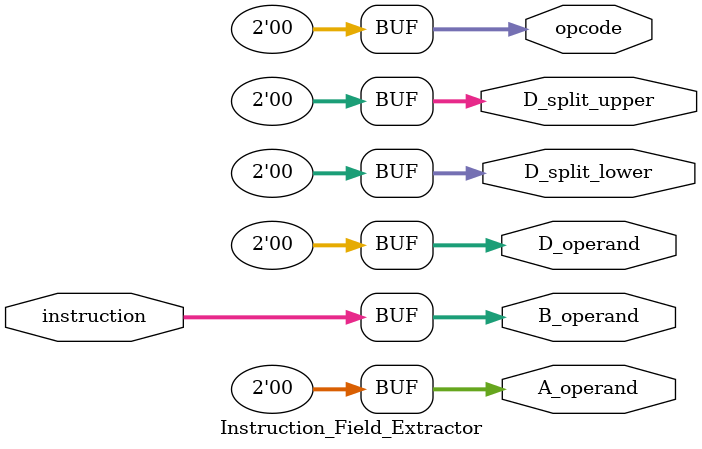
<source format=v>


module Instruction_Field_Extractor 
#(
    parameter       INSTRUCTION_WIDTH       = 0,
    parameter       OPCODE_WIDTH            = 0,
    parameter       D_OPERAND_WIDTH         = 0,
    parameter       A_OPERAND_WIDTH         = 0,
    parameter       B_OPERAND_WIDTH         = 0,
    // Don't set at instantiation
    // Assumes D_OPERAND_WIDTH is even
    parameter       D_SPLIT_WIDTH           = D_OPERAND_WIDTH / 2
)
(
    input   wire    [INSTRUCTION_WIDTH-1:0] instruction,
    output  reg     [OPCODE_WIDTH-1:0]      opcode,
    output  reg     [D_OPERAND_WIDTH-1:0]   D_operand,      // Destination 
    output  reg     [D_SPLIT_WIDTH-1:0]     D_split_lower,  // Split addressing mode
    output  reg     [D_SPLIT_WIDTH-1:0]     D_split_upper,
    output  reg     [A_OPERAND_WIDTH-1:0]   A_operand,      // Source
    output  reg     [B_OPERAND_WIDTH-1:0]   B_operand       // Source
);

    initial begin
        opcode          = 0;
        D_operand       = 0;
        D_split_lower   = 0;
        D_split_upper   = 0;
        A_operand       = 0;
        B_operand       = 0;
    end

    localparam USED_BIT_WIDTH = OPCODE_WIDTH + D_OPERAND_WIDTH + A_OPERAND_WIDTH + B_OPERAND_WIDTH;

    always @(*) begin
        {opcode,D_operand,A_operand,B_operand}  = instruction [USED_BIT_WIDTH-1:0];
        {D_split_upper,D_split_lower}           = D_operand;
    end

endmodule


</source>
